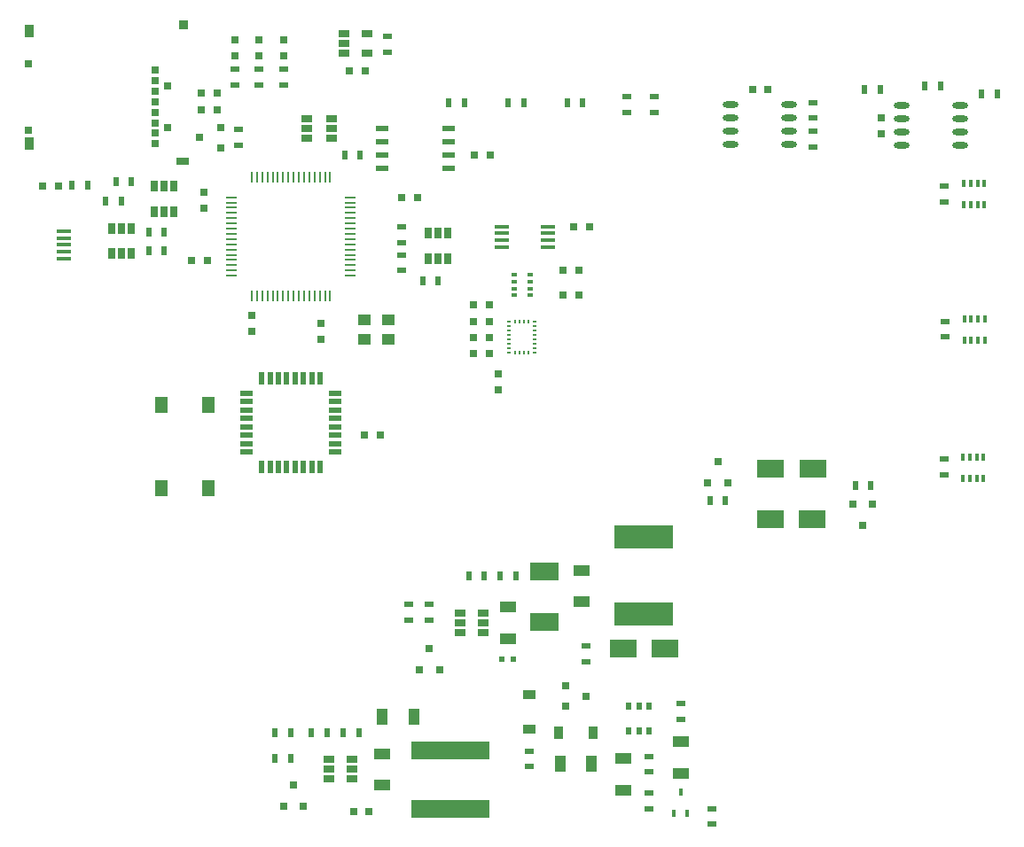
<source format=gbr>
G04 #@! TF.FileFunction,Paste,Top*
%FSLAX46Y46*%
G04 Gerber Fmt 4.6, Leading zero omitted, Abs format (unit mm)*
G04 Created by KiCad (PCBNEW 4.0.2-stable) date 4/8/2016 7:07:07 PM*
%MOMM*%
G01*
G04 APERTURE LIST*
%ADD10C,0.100000*%
%ADD11R,0.700000X1.000000*%
%ADD12R,1.000000X0.250000*%
%ADD13R,0.250000X1.000000*%
%ADD14R,1.300000X1.550000*%
%ADD15R,1.200000X0.600000*%
%ADD16R,0.600000X1.200000*%
%ADD17R,1.450000X0.450000*%
%ADD18R,0.500000X0.350000*%
%ADD19R,0.800000X0.750000*%
%ADD20R,0.750000X0.800000*%
%ADD21R,1.600000X1.000000*%
%ADD22R,0.600000X0.500000*%
%ADD23R,1.000000X1.600000*%
%ADD24R,0.910000X1.220000*%
%ADD25R,1.220000X0.910000*%
%ADD26R,0.457200X0.711200*%
%ADD27R,2.499360X1.800860*%
%ADD28R,5.600000X2.300000*%
%ADD29R,2.700020X1.800860*%
%ADD30R,7.500000X1.800000*%
%ADD31R,1.350000X0.400000*%
%ADD32R,0.800100X0.800100*%
%ADD33R,0.410000X0.650000*%
%ADD34R,0.508000X0.699000*%
%ADD35R,0.500000X0.900000*%
%ADD36R,0.900000X0.500000*%
%ADD37R,1.000000X0.700000*%
%ADD38R,0.400000X0.290000*%
%ADD39R,0.290000X0.400000*%
%ADD40R,1.060000X0.650000*%
%ADD41O,1.473200X0.609600*%
%ADD42R,1.143000X0.508000*%
%ADD43R,0.797560X0.797560*%
%ADD44R,1.150000X0.745000*%
%ADD45R,0.900000X0.950000*%
%ADD46R,0.750000X0.700000*%
%ADD47R,0.850000X1.200000*%
%ADD48R,0.750000X0.650000*%
%ADD49R,0.850000X1.300000*%
%ADD50R,1.300000X1.050000*%
G04 APERTURE END LIST*
D10*
D11*
X124780080Y-74174200D03*
X124780080Y-71774200D03*
X123830080Y-74174200D03*
X123830080Y-71774200D03*
X122880080Y-74174200D03*
X122880080Y-71774200D03*
D12*
X104078800Y-68335200D03*
X104078800Y-68835200D03*
X104078800Y-69335200D03*
X104078800Y-69835200D03*
X104078800Y-70335200D03*
X104078800Y-70835200D03*
X104078800Y-71335200D03*
X104078800Y-71835200D03*
X104078800Y-72335200D03*
X104078800Y-72835200D03*
X104078800Y-73335200D03*
X104078800Y-73835200D03*
X104078800Y-74335200D03*
X104078800Y-74835200D03*
X104078800Y-75335200D03*
X104078800Y-75835200D03*
D13*
X106028800Y-77785200D03*
X106528800Y-77785200D03*
X107028800Y-77785200D03*
X107528800Y-77785200D03*
X108028800Y-77785200D03*
X108528800Y-77785200D03*
X109028800Y-77785200D03*
X109528800Y-77785200D03*
X110028800Y-77785200D03*
X110528800Y-77785200D03*
X111028800Y-77785200D03*
X111528800Y-77785200D03*
X112028800Y-77785200D03*
X112528800Y-77785200D03*
X113028800Y-77785200D03*
X113528800Y-77785200D03*
D12*
X115478800Y-75835200D03*
X115478800Y-75335200D03*
X115478800Y-74835200D03*
X115478800Y-74335200D03*
X115478800Y-73835200D03*
X115478800Y-73335200D03*
X115478800Y-72835200D03*
X115478800Y-72335200D03*
X115478800Y-71835200D03*
X115478800Y-71335200D03*
X115478800Y-70835200D03*
X115478800Y-70335200D03*
X115478800Y-69835200D03*
X115478800Y-69335200D03*
X115478800Y-68835200D03*
X115478800Y-68335200D03*
D13*
X113528800Y-66385200D03*
X113028800Y-66385200D03*
X112528800Y-66385200D03*
X112028800Y-66385200D03*
X111528800Y-66385200D03*
X111028800Y-66385200D03*
X110528800Y-66385200D03*
X110028800Y-66385200D03*
X109528800Y-66385200D03*
X109028800Y-66385200D03*
X108528800Y-66385200D03*
X108028800Y-66385200D03*
X107528800Y-66385200D03*
X107028800Y-66385200D03*
X106528800Y-66385200D03*
X106028800Y-66385200D03*
D14*
X101919600Y-88176200D03*
X101919600Y-96126200D03*
X97419600Y-88176200D03*
X97419600Y-96126200D03*
D15*
X114028800Y-92665200D03*
X114028800Y-91865200D03*
X114028800Y-91065200D03*
X114028800Y-90265200D03*
X114028800Y-89465200D03*
X114028800Y-88665200D03*
X114028800Y-87865200D03*
X114028800Y-87065200D03*
D16*
X112578800Y-85615200D03*
X111778800Y-85615200D03*
X110978800Y-85615200D03*
X110178800Y-85615200D03*
X109378800Y-85615200D03*
X108578800Y-85615200D03*
X107778800Y-85615200D03*
X106978800Y-85615200D03*
D15*
X105528800Y-87065200D03*
X105528800Y-87865200D03*
X105528800Y-88665200D03*
X105528800Y-89465200D03*
X105528800Y-90265200D03*
X105528800Y-91065200D03*
X105528800Y-91865200D03*
X105528800Y-92665200D03*
D16*
X106978800Y-94115200D03*
X107778800Y-94115200D03*
X108578800Y-94115200D03*
X109378800Y-94115200D03*
X110178800Y-94115200D03*
X110978800Y-94115200D03*
X111778800Y-94115200D03*
X112578800Y-94115200D03*
D17*
X129890160Y-71130520D03*
X129890160Y-71780520D03*
X129890160Y-72430520D03*
X129890160Y-73080520D03*
X134290160Y-73080520D03*
X134290160Y-72430520D03*
X134290160Y-71780520D03*
X134290160Y-71130520D03*
D18*
X132611160Y-75768560D03*
X131061160Y-75768560D03*
X132611160Y-76418560D03*
X131061160Y-76418560D03*
X132611160Y-77068560D03*
X131061160Y-77068560D03*
X132611160Y-77718560D03*
X131061160Y-77718560D03*
D19*
X120331800Y-68326000D03*
X121831800Y-68326000D03*
D20*
X112674400Y-80377600D03*
X112674400Y-81877600D03*
D19*
X116818980Y-91041220D03*
X118318980Y-91041220D03*
D20*
X101447600Y-69342700D03*
X101447600Y-67842700D03*
D19*
X101791200Y-74371200D03*
X100291200Y-74371200D03*
D20*
X106019600Y-79666400D03*
X106019600Y-81166400D03*
D19*
X135785160Y-77683360D03*
X137285160Y-77683360D03*
X135785160Y-75321160D03*
X137285160Y-75321160D03*
D20*
X129560320Y-85244240D03*
X129560320Y-86744240D03*
D19*
X128720280Y-80187800D03*
X127220280Y-80187800D03*
X116878800Y-56235600D03*
X115378800Y-56235600D03*
X128730440Y-81742280D03*
X127230440Y-81742280D03*
X128730440Y-83296760D03*
X127230440Y-83296760D03*
D20*
X166156111Y-62283153D03*
X166156111Y-60783153D03*
D19*
X155335624Y-58064032D03*
X153835624Y-58064032D03*
X102715760Y-58404760D03*
X101215760Y-58404760D03*
X102736080Y-60022740D03*
X101236080Y-60022740D03*
X127316800Y-64287400D03*
X128816800Y-64287400D03*
D21*
X137500000Y-104000000D03*
X137500000Y-107000000D03*
D22*
X131050000Y-112500000D03*
X129950000Y-112500000D03*
D21*
X130500000Y-110500000D03*
X130500000Y-107500000D03*
X118500000Y-124500000D03*
X118500000Y-121500000D03*
D23*
X135500000Y-122500000D03*
X138500000Y-122500000D03*
D21*
X141500000Y-122000000D03*
X141500000Y-125000000D03*
D19*
X117250000Y-127000000D03*
X115750000Y-127000000D03*
D23*
X121500000Y-118000000D03*
X118500000Y-118000000D03*
D21*
X146989800Y-120369200D03*
X146989800Y-123369200D03*
D24*
X135365000Y-119500000D03*
X138635000Y-119500000D03*
D25*
X132500000Y-115865000D03*
X132500000Y-119135000D03*
D26*
X146329400Y-127228600D03*
X147650200Y-127228600D03*
X146989800Y-125196600D03*
D27*
X145498980Y-111500000D03*
X141501020Y-111500000D03*
D28*
X143500000Y-100800000D03*
X143500000Y-108200000D03*
D29*
X134000000Y-104099700D03*
X134000000Y-108900300D03*
D30*
X125000000Y-126800000D03*
X125000000Y-121200000D03*
D31*
X88125740Y-71571700D03*
X88125740Y-72221700D03*
X88125740Y-72871700D03*
X88125740Y-73521700D03*
X88125740Y-74171700D03*
D32*
X165338800Y-97678240D03*
X163438800Y-97678240D03*
X164388800Y-99677220D03*
X149595800Y-95590360D03*
X151495800Y-95590360D03*
X150545800Y-93591380D03*
X103057960Y-63586400D03*
X103057960Y-61686400D03*
X101058980Y-62636400D03*
D33*
X175993700Y-69049900D03*
X175993700Y-67017900D03*
X175343700Y-69049900D03*
X175343700Y-67017900D03*
X174693700Y-69049900D03*
X174693700Y-67017900D03*
X174043700Y-69049900D03*
X174043700Y-67017900D03*
X176019100Y-82003900D03*
X176019100Y-79971900D03*
X175369100Y-82003900D03*
X175369100Y-79971900D03*
X174719100Y-82003900D03*
X174719100Y-79971900D03*
X174069100Y-82003900D03*
X174069100Y-79971900D03*
X175930200Y-95186500D03*
X175930200Y-93154500D03*
X175280200Y-95186500D03*
X175280200Y-93154500D03*
X174630200Y-95186500D03*
X174630200Y-93154500D03*
X173980200Y-95186500D03*
X173980200Y-93154500D03*
D32*
X122050000Y-113500760D03*
X123950000Y-113500760D03*
X123000000Y-111501780D03*
X109050000Y-126500760D03*
X110950000Y-126500760D03*
X110000000Y-124501780D03*
D34*
X141999000Y-119354000D03*
X143000000Y-119354000D03*
X144001000Y-119354000D03*
X141999000Y-117000000D03*
X143009000Y-117000000D03*
X144001000Y-117000000D03*
D32*
X135999240Y-115050000D03*
X135999240Y-116950000D03*
X137998220Y-116000000D03*
D35*
X90335800Y-67208400D03*
X88835800Y-67208400D03*
X93561600Y-68732400D03*
X92061600Y-68732400D03*
X97676400Y-73406000D03*
X96176400Y-73406000D03*
X97676400Y-71704200D03*
X96176400Y-71704200D03*
D36*
X141836140Y-58744420D03*
X141836140Y-60244420D03*
X144475200Y-58744420D03*
X144475200Y-60244420D03*
X120319800Y-72657400D03*
X120319800Y-71157400D03*
X120319800Y-73849800D03*
X120319800Y-75349800D03*
X104449880Y-57605360D03*
X104449880Y-56105360D03*
X106735880Y-57630760D03*
X106735880Y-56130760D03*
D35*
X93064900Y-66840100D03*
X94564900Y-66840100D03*
X122353640Y-76321920D03*
X123853640Y-76321920D03*
X124827600Y-59334400D03*
X126327600Y-59334400D03*
X130517200Y-59334400D03*
X132017200Y-59334400D03*
X136156000Y-59334400D03*
X137656000Y-59334400D03*
D36*
X118973600Y-52996400D03*
X118973600Y-54496400D03*
D35*
X171808311Y-57723153D03*
X170308311Y-57723153D03*
X165164200Y-95910400D03*
X163664200Y-95910400D03*
D36*
X159665624Y-59269832D03*
X159665624Y-60769832D03*
X159665624Y-62038432D03*
X159665624Y-63538432D03*
D35*
X175729200Y-58445400D03*
X177229200Y-58445400D03*
X164578600Y-58013600D03*
X166078600Y-58013600D03*
X149770400Y-97332800D03*
X151270400Y-97332800D03*
D36*
X172148500Y-68783900D03*
X172148500Y-67283900D03*
X172275500Y-81687100D03*
X172275500Y-80187100D03*
X172186600Y-94869700D03*
X172186600Y-93369700D03*
X104780080Y-63353380D03*
X104780080Y-61853380D03*
D35*
X131250000Y-104500000D03*
X129750000Y-104500000D03*
X128250000Y-104500000D03*
X126750000Y-104500000D03*
D36*
X123000000Y-108750000D03*
X123000000Y-107250000D03*
X121000000Y-107250000D03*
X121000000Y-108750000D03*
D35*
X109750000Y-122000000D03*
X108250000Y-122000000D03*
X108250000Y-119500000D03*
X109750000Y-119500000D03*
X113250000Y-119500000D03*
X111750000Y-119500000D03*
D36*
X150000000Y-126750000D03*
X150000000Y-128250000D03*
D35*
X116250000Y-119500000D03*
X114750000Y-119500000D03*
D36*
X144000000Y-121750000D03*
X144000000Y-123250000D03*
X132500000Y-121250000D03*
X132500000Y-122750000D03*
X147000000Y-116750000D03*
X147000000Y-118250000D03*
X144000000Y-126750000D03*
X144000000Y-125250000D03*
X138000000Y-112750000D03*
X138000000Y-111250000D03*
D11*
X92623600Y-71291600D03*
X92623600Y-73691600D03*
X93573600Y-71291600D03*
X93573600Y-73691600D03*
X94523600Y-71291600D03*
X94523600Y-73691600D03*
X98587600Y-69703800D03*
X98587600Y-67303800D03*
X97637600Y-69703800D03*
X97637600Y-67303800D03*
X96687600Y-69703800D03*
X96687600Y-67303800D03*
D37*
X111296600Y-62697400D03*
X113696600Y-62697400D03*
X111296600Y-61747400D03*
X113696600Y-61747400D03*
X111296600Y-60797400D03*
X113696600Y-60797400D03*
D38*
X130605360Y-80185160D03*
D39*
X131185360Y-80185160D03*
X131615360Y-80185160D03*
X132045360Y-80185160D03*
X132475360Y-80185160D03*
D38*
X133055360Y-80185160D03*
X133055360Y-80615160D03*
X133055360Y-81045160D03*
X133055360Y-81475160D03*
X133055360Y-81905160D03*
X133055360Y-82335160D03*
X133055360Y-82765160D03*
X133055360Y-83195160D03*
D39*
X132475360Y-83195160D03*
X132045360Y-83195160D03*
X131615360Y-83195160D03*
X131185360Y-83195160D03*
D38*
X130605360Y-83195160D03*
X130605360Y-82765160D03*
X130605360Y-82335160D03*
X130605360Y-81905160D03*
X130605360Y-81475160D03*
X130605360Y-81045160D03*
X130605360Y-80615160D03*
D40*
X114825600Y-52694800D03*
X114825600Y-53644800D03*
X114825600Y-54594800D03*
X117025600Y-54594800D03*
X117025600Y-52694800D03*
D41*
X151791624Y-59499132D03*
X151791624Y-60769132D03*
X151791624Y-62039132D03*
X151791624Y-63309132D03*
X157379624Y-63309132D03*
X157379624Y-62039132D03*
X157379624Y-60769132D03*
X157379624Y-59499132D03*
D42*
X124841000Y-61747400D03*
X124841000Y-63017400D03*
X124841000Y-64287400D03*
X124841000Y-65557400D03*
X118491000Y-65557400D03*
X118491000Y-64287400D03*
X118491000Y-63017400D03*
X118491000Y-61747400D03*
D40*
X128100000Y-109950000D03*
X128100000Y-109000000D03*
X128100000Y-108050000D03*
X125900000Y-108050000D03*
X125900000Y-109950000D03*
X125900000Y-109000000D03*
X115600000Y-123950000D03*
X115600000Y-123000000D03*
X115600000Y-122050000D03*
X113400000Y-122050000D03*
X113400000Y-123950000D03*
X113400000Y-123000000D03*
D41*
X168111911Y-59602753D03*
X168111911Y-60872753D03*
X168111911Y-62142753D03*
X168111911Y-63412753D03*
X173699911Y-63412753D03*
X173699911Y-62142753D03*
X173699911Y-60872753D03*
X173699911Y-59602753D03*
D43*
X87541100Y-67233800D03*
X86042500Y-67233800D03*
X104449880Y-54785260D03*
X104449880Y-53286660D03*
X106735880Y-54810660D03*
X106735880Y-53312060D03*
X109047280Y-54810660D03*
X109047280Y-53312060D03*
D27*
X155557220Y-99085400D03*
X159555180Y-99085400D03*
X159605980Y-94284800D03*
X155608020Y-94284800D03*
D19*
X128699960Y-78623160D03*
X127199960Y-78623160D03*
D36*
X109047280Y-57630760D03*
X109047280Y-56130760D03*
D19*
X136760520Y-71140320D03*
X138260520Y-71140320D03*
D44*
X99473200Y-64927100D03*
D45*
X99548200Y-51892100D03*
D46*
X97973200Y-57717100D03*
X97973200Y-61717100D03*
X96773200Y-63217100D03*
X96773200Y-62217100D03*
X96773200Y-61217100D03*
X96773200Y-60217100D03*
X96773200Y-59217100D03*
X96773200Y-58217100D03*
X96773200Y-57217100D03*
X96773200Y-56217100D03*
D47*
X84748200Y-63179600D03*
D48*
X84723200Y-61942100D03*
X84723200Y-55592100D03*
D49*
X84748200Y-52454600D03*
D35*
X114896200Y-64287400D03*
X116396200Y-64287400D03*
D50*
X116756800Y-80050200D03*
X116756800Y-81900200D03*
X119056800Y-80050200D03*
X119056800Y-81900200D03*
M02*

</source>
